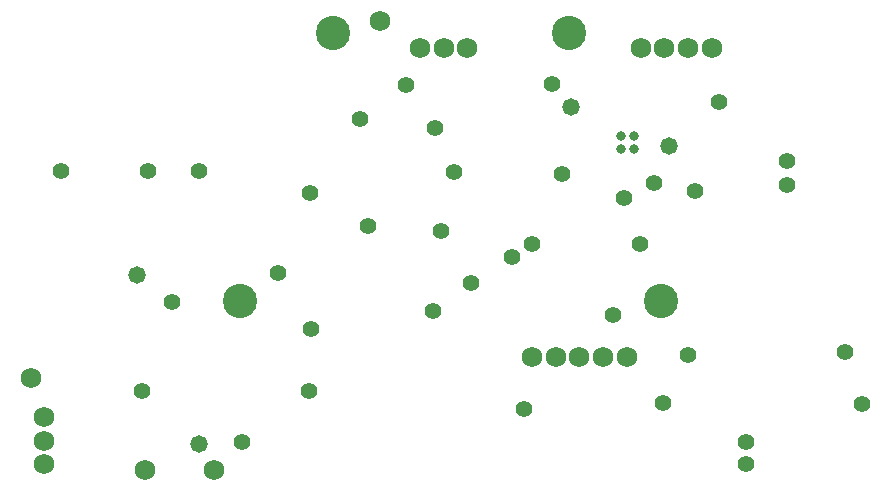
<source format=gbs>
G04 Layer_Color=16711935*
%FSLAX44Y44*%
%MOMM*%
G71*
G01*
G75*
%ADD35C,1.7272*%
%ADD57C,2.9032*%
%ADD58C,1.4032*%
%ADD59C,1.4732*%
%ADD60C,0.8032*%
D35*
X31000Y39000D02*
D03*
Y59000D02*
D03*
Y79000D02*
D03*
X315000Y414000D02*
D03*
X20000Y112000D02*
D03*
X175000Y34000D02*
D03*
X116000D02*
D03*
X349000Y391000D02*
D03*
X369000D02*
D03*
X389000D02*
D03*
X596000D02*
D03*
X536000D02*
D03*
X556000D02*
D03*
X576000D02*
D03*
X444000Y130000D02*
D03*
X484000D02*
D03*
X504000D02*
D03*
X524000D02*
D03*
X464000D02*
D03*
D57*
X275000Y404000D02*
D03*
X475000D02*
D03*
X196550Y177500D02*
D03*
X553450D02*
D03*
D58*
X547000Y277000D02*
D03*
X625000Y58000D02*
D03*
Y39300D02*
D03*
X555000Y91000D02*
D03*
X576000Y131000D02*
D03*
X298000Y331000D02*
D03*
X535000Y225000D02*
D03*
X522000Y264000D02*
D03*
X114000Y101000D02*
D03*
X461000Y361000D02*
D03*
X198000Y58000D02*
D03*
X229000Y201000D02*
D03*
X255000Y101000D02*
D03*
X45000Y287000D02*
D03*
X602000Y346000D02*
D03*
X512500Y165500D02*
D03*
X469000Y285000D02*
D03*
X392000Y192000D02*
D03*
X378000Y286000D02*
D03*
X582000Y270000D02*
D03*
X660000Y275000D02*
D03*
Y296000D02*
D03*
X360000Y169000D02*
D03*
X437000Y86000D02*
D03*
X709100Y133900D02*
D03*
X723000Y90000D02*
D03*
X305000Y241000D02*
D03*
X256000Y269000D02*
D03*
X119000Y287000D02*
D03*
X139000Y176000D02*
D03*
X256500Y153500D02*
D03*
X162000Y287000D02*
D03*
X337000Y360000D02*
D03*
X362000Y324000D02*
D03*
X427000Y214000D02*
D03*
X444000Y225000D02*
D03*
X366822Y236178D02*
D03*
D59*
X477000Y341000D02*
D03*
X560000Y308000D02*
D03*
X109000Y199000D02*
D03*
X162000Y56000D02*
D03*
D60*
X519000Y305500D02*
D03*
X530000Y316500D02*
D03*
Y305500D02*
D03*
X519000Y316500D02*
D03*
M02*

</source>
